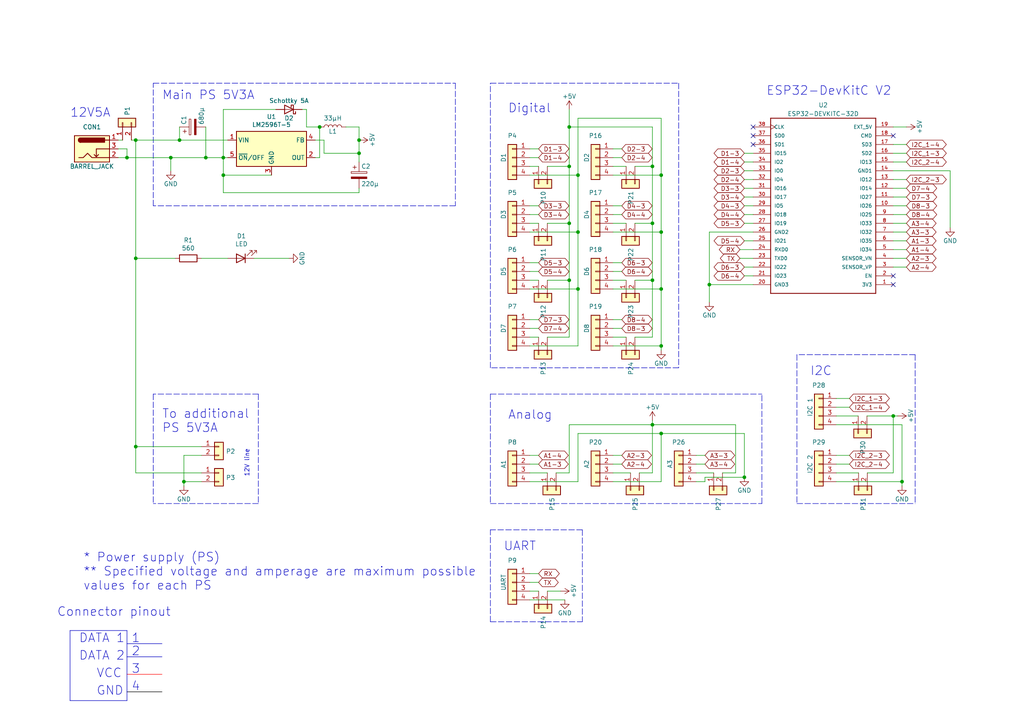
<source format=kicad_sch>
(kicad_sch (version 20231120) (generator "eeschema") (generator_version "8.0")
  (paper "A4")
  (junction (at 568.96 69.85))
  (junction (at 494.03 53.34))
  (junction (at 205.74 82.55))
  (junction (at 165.1 48.26))
  (junction (at 514.35 53.34))
  (junction (at 92.71 36.83))
  (junction (at 443.23 53.34))
  (junction (at 53.34 139.7))
  (junction (at 463.55 53.34))
  (junction (at 191.77 50.8))
  (junction (at 64.77 45.72))
  (junction (at 165.1 64.77))
  (junction (at 189.23 48.26))
  (junction (at 64.77 50.8))
  (junction (at 39.37 74.93))
  (junction (at 416.56 25.4))
  (junction (at 167.64 67.31))
  (junction (at 191.77 125.73))
  (junction (at 579.12 50.8))
  (junction (at 389.89 53.34))
  (junction (at 52.07 40.64))
  (junction (at 104.14 40.64))
  (junction (at 504.19 63.5))
  (junction (at 353.06 107.95))
  (junction (at 39.37 40.64))
  (junction (at 49.53 45.72))
  (junction (at 215.9 138.43))
  (junction (at 189.23 64.77))
  (junction (at 36.83 45.72))
  (junction (at 494.03 26.67))
  (junction (at 104.14 44.45))
  (junction (at 416.56 80.01))
  (junction (at 341.63 50.8))
  (junction (at 341.63 69.85))
  (junction (at 167.64 50.8))
  (junction (at 189.23 123.19))
  (junction (at 520.7 53.34))
  (junction (at 191.77 100.33))
  (junction (at 568.96 53.34))
  (junction (at 39.37 129.54))
  (junction (at 189.23 81.28))
  (junction (at 494.03 80.01))
  (junction (at 59.69 45.72))
  (junction (at 346.71 105.41))
  (junction (at 165.1 36.83))
  (junction (at 406.4 43.18))
  (junction (at 191.77 67.31))
  (junction (at 167.64 83.82))
  (junction (at 579.12 58.42))
  (junction (at 261.62 139.7))
  (junction (at 416.56 53.34))
  (junction (at 406.4 63.5))
  (junction (at 568.96 50.8))
  (junction (at 504.19 43.18))
  (junction (at 396.24 53.34))
  (junction (at 331.47 58.42))
  (junction (at 259.08 120.65))
  (junction (at 331.47 50.8))
  (junction (at 453.39 12.7))
  (junction (at 191.77 83.82))
  (junction (at 341.63 53.34))
  (junction (at 165.1 81.28))
  (no_connect (at 259.08 80.01))
  (no_connect (at 259.08 82.55))
  (no_connect (at 218.44 36.83))
  (no_connect (at 218.44 41.91))
  (no_connect (at 218.44 39.37))
  (no_connect (at 259.08 39.37))
  (wire (pts (xy 156.21 76.2) (xy 153.67 76.2)))
  (polyline (pts (xy 36.83 182.88) (xy 20.32 182.88)) (stroke (width 0) (type solid)))
  (wire (pts (xy 204.47 134.62) (xy 201.93 134.62)))
  (wire (pts (xy 191.77 50.8) (xy 191.77 67.31)))
  (wire (pts (xy 165.1 123.19) (xy 189.23 123.19)))
  (wire (pts (xy 341.63 53.34) (xy 341.63 50.8)))
  (wire (pts (xy 205.74 67.31) (xy 205.74 82.55)))
  (wire (pts (xy 88.9 31.75) (xy 88.9 36.83)))
  (wire (pts (xy 443.23 69.85) (xy 443.23 86.36)))
  (polyline (pts (xy 265.43 102.87) (xy 231.14 102.87)) (stroke (width 0) (type dash)))
  (wire (pts (xy 494.03 26.67) (xy 504.19 26.67)))
  (wire (pts (xy 58.42 74.93) (xy 66.04 74.93)))
  (wire (pts (xy 180.34 78.74) (xy 177.8 78.74)))
  (wire (pts (xy 180.34 62.23) (xy 177.8 62.23)))
  (wire (pts (xy 346.71 101.6) (xy 346.71 105.41)))
  (polyline (pts (xy 36.83 186.69) (xy 46.99 186.69)) (stroke (width 0) (type solid)))
  (wire (pts (xy 36.83 45.72) (xy 49.53 45.72)))
  (polyline (pts (xy 142.24 114.3) (xy 220.98 114.3)) (stroke (width 0) (type dash)))
  (wire (pts (xy 346.71 105.41) (xy 346.71 116.84)))
  (wire (pts (xy 153.67 100.33) (xy 167.64 100.33)))
  (wire (pts (xy 167.64 125.73) (xy 191.77 125.73)))
  (wire (pts (xy 561.34 58.42) (xy 579.12 58.42)))
  (wire (pts (xy 156.21 43.18) (xy 153.67 43.18)))
  (wire (pts (xy 167.64 125.73) (xy 167.64 139.7)))
  (wire (pts (xy 184.15 97.79) (xy 189.23 97.79)))
  (wire (pts (xy 342.9 48.26) (xy 349.25 48.26)))
  (wire (pts (xy 463.55 69.85) (xy 463.55 86.36)))
  (wire (pts (xy 39.37 74.93) (xy 39.37 129.54)))
  (wire (pts (xy 405.13 63.5) (xy 406.4 63.5)))
  (polyline (pts (xy 74.93 146.05) (xy 44.45 146.05)) (stroke (width 0) (type dash)))
  (wire (pts (xy 165.1 36.83) (xy 189.23 36.83)))
  (wire (pts (xy 34.29 43.18) (xy 36.83 43.18)))
  (wire (pts (xy 406.4 63.5) (xy 408.94 63.5)))
  (wire (pts (xy 218.44 80.01) (xy 215.9 80.01)))
  (wire (pts (xy 494.03 68.58) (xy 494.03 80.01)))
  (wire (pts (xy 275.59 49.53) (xy 259.08 49.53)))
  (polyline (pts (xy 44.45 114.3) (xy 44.45 146.05)) (stroke (width 0) (type dash)))
  (wire (pts (xy 494.03 12.7) (xy 494.03 26.67)))
  (wire (pts (xy 259.08 62.23) (xy 262.89 62.23)))
  (wire (pts (xy 218.44 54.61) (xy 215.9 54.61)))
  (wire (pts (xy 334.01 119.38) (xy 353.06 119.38)))
  (wire (pts (xy 579.12 50.8) (xy 568.96 50.8)))
  (wire (pts (xy 180.34 43.18) (xy 177.8 43.18)))
  (wire (pts (xy 416.56 25.4) (xy 416.56 38.1)))
  (polyline (pts (xy 44.45 59.69) (xy 44.45 24.13)) (stroke (width 0) (type dash)))
  (wire (pts (xy 58.42 129.54) (xy 39.37 129.54)))
  (wire (pts (xy 334.01 105.41) (xy 346.71 105.41)))
  (wire (pts (xy 341.63 50.8) (xy 349.25 50.8)))
  (wire (pts (xy 568.96 53.34) (xy 568.96 62.23)))
  (wire (pts (xy 165.1 81.28) (xy 165.1 97.79)))
  (wire (pts (xy 39.37 137.16) (xy 58.42 137.16)))
  (wire (pts (xy 562.61 69.85) (xy 568.96 69.85)))
  (wire (pts (xy 259.08 59.69) (xy 262.89 59.69)))
  (wire (pts (xy 93.98 44.45) (xy 104.14 44.45)))
  (wire (pts (xy 204.47 139.7) (xy 204.47 138.43)))
  (wire (pts (xy 180.34 76.2) (xy 177.8 76.2)))
  (wire (pts (xy 259.08 120.65) (xy 260.35 120.65)))
  (wire (pts (xy 93.98 40.64) (xy 91.44 40.64)))
  (wire (pts (xy 218.44 52.07) (xy 215.9 52.07)))
  (wire (pts (xy 463.55 53.34) (xy 472.44 53.34)))
  (polyline (pts (xy 168.91 153.67) (xy 142.24 153.67)) (stroke (width 0) (type dash)))
  (wire (pts (xy 215.9 62.23) (xy 218.44 62.23)))
  (wire (pts (xy 189.23 36.83) (xy 189.23 48.26)))
  (wire (pts (xy 251.5589 137.16) (xy 259.08 137.16)))
  (wire (pts (xy 331.47 50.8) (xy 341.63 50.8)))
  (wire (pts (xy 259.08 64.77) (xy 262.89 64.77)))
  (wire (pts (xy 153.67 81.28) (xy 156.21 81.28)))
  (wire (pts (xy 561.34 55.88) (xy 562.61 55.88)))
  (wire (pts (xy 177.8 100.33) (xy 191.77 100.33)))
  (wire (pts (xy 53.34 139.7) (xy 58.42 139.7)))
  (wire (pts (xy 165.1 64.77) (xy 165.1 81.28)))
  (wire (pts (xy 218.44 67.31) (xy 205.74 67.31)))
  (wire (pts (xy 189.23 64.77) (xy 189.23 81.28)))
  (wire (pts (xy 347.98 55.88) (xy 347.98 69.85)))
  (wire (pts (xy 153.67 97.79) (xy 156.21 97.79)))
  (wire (pts (xy 153.67 173.99) (xy 163.83 173.99)))
  (wire (pts (xy 259.08 54.61) (xy 262.89 54.61)))
  (wire (pts (xy 189.23 48.26) (xy 189.23 64.77)))
  (wire (pts (xy 38.1 40.64) (xy 39.37 40.64)))
  (wire (pts (xy 218.44 77.47) (xy 215.9 77.47)))
  (wire (pts (xy 389.89 53.34) (xy 396.24 53.34)))
  (wire (pts (xy 156.21 59.69) (xy 153.67 59.69)))
  (wire (pts (xy 205.74 82.55) (xy 205.74 87.63)))
  (wire (pts (xy 189.23 123.19) (xy 189.23 137.16)))
  (polyline (pts (xy 196.85 106.68) (xy 142.24 106.68)) (stroke (width 0) (type dash)))
  (polyline (pts (xy 36.83 190.5) (xy 46.99 190.5)) (stroke (width 0) (type solid)))
  (wire (pts (xy 504.19 30.48) (xy 504.19 26.67)))
  (wire (pts (xy 73.66 74.93) (xy 83.82 74.93)))
  (wire (pts (xy 204.47 138.43) (xy 215.9 138.43)))
  (wire (pts (xy 453.39 12.7) (xy 453.39 16.51)))
  (wire (pts (xy 259.08 44.45) (xy 262.89 44.45)))
  (wire (pts (xy 406.4 29.21) (xy 406.4 25.4)))
  (wire (pts (xy 189.23 123.19) (xy 189.23 121.92)))
  (wire (pts (xy 365.76 101.6) (xy 365.76 130.81)))
  (wire (pts (xy 218.44 69.85) (xy 215.9 69.85)))
  (wire (pts (xy 334.01 116.84) (xy 346.71 116.84)))
  (wire (pts (xy 165.1 36.83) (xy 165.1 48.26)))
  (wire (pts (xy 218.44 59.69) (xy 215.9 59.69)))
  (wire (pts (xy 259.08 57.15) (xy 262.89 57.15)))
  (wire (pts (xy 275.59 66.04) (xy 275.59 49.53)))
  (wire (pts (xy 177.8 139.7) (xy 191.77 139.7)))
  (wire (pts (xy 504.19 68.58) (xy 504.19 63.5)))
  (wire (pts (xy 156.21 92.71) (xy 153.67 92.71)))
  (wire (pts (xy 92.71 36.83) (xy 92.71 45.72)))
  (wire (pts (xy 334.01 107.95) (xy 353.06 107.95)))
  (wire (pts (xy 406.4 80.01) (xy 416.56 80.01)))
  (wire (pts (xy 158.7714 171.45) (xy 162.56 171.45)))
  (wire (pts (xy 88.9 36.83) (xy 92.71 36.83)))
  (wire (pts (xy 180.34 132.08) (xy 177.8 132.08)))
  (wire (pts (xy 246.38 115.57) (xy 242.57 115.57)))
  (polyline (pts (xy 142.24 106.68) (xy 142.24 24.13)) (stroke (width 0) (type dash)))
  (wire (pts (xy 153.67 64.77) (xy 156.21 64.77)))
  (wire (pts (xy 514.35 53.34) (xy 514.35 63.5)))
  (wire (pts (xy 167.64 50.8) (xy 167.64 67.31)))
  (wire (pts (xy 242.57 120.65) (xy 248.9128 120.65)))
  (wire (pts (xy 494.03 53.34) (xy 494.03 58.42)))
  (wire (pts (xy 184.15 48.26) (xy 189.23 48.26)))
  (wire (pts (xy 494.03 12.7) (xy 453.39 12.7)))
  (wire (pts (xy 93.98 40.64) (xy 93.98 44.45)))
  (wire (pts (xy 504.19 43.18) (xy 501.65 43.18)))
  (polyline (pts (xy 196.85 24.13) (xy 196.85 106.68)) (stroke (width 0) (type dash)))
  (wire (pts (xy 177.8 83.82) (xy 191.77 83.82)))
  (wire (pts (xy 435.61 53.34) (xy 443.23 53.34)))
  (wire (pts (xy 494.03 26.67) (xy 494.03 38.1)))
  (wire (pts (xy 104.14 36.83) (xy 104.14 40.64)))
  (wire (pts (xy 259.08 52.07) (xy 262.89 52.07)))
  (wire (pts (xy 334.01 137.16) (xy 342.9 137.16)))
  (wire (pts (xy 215.9 49.53) (xy 218.44 49.53)))
  (polyline (pts (xy 231.14 102.87) (xy 231.14 146.05)) (stroke (width 0) (type dash)))
  (wire (pts (xy 331.47 58.42) (xy 331.47 76.2)))
  (wire (pts (xy 453.39 12.7) (xy 453.39 7.62)))
  (wire (pts (xy 158.75 97.79) (xy 165.1 97.79)))
  (wire (pts (xy 504.19 38.1) (xy 504.19 43.18)))
  (wire (pts (xy 184.15 81.28) (xy 189.23 81.28)))
  (wire (pts (xy 177.8 137.16) (xy 182.88 137.16)))
  (wire (pts (xy 34.29 45.72) (xy 36.83 45.72)))
  (wire (pts (xy 167.64 67.31) (xy 167.64 83.82)))
  (wire (pts (xy 184.15 64.77) (xy 189.23 64.77)))
  (wire (pts (xy 259.08 69.85) (xy 262.89 69.85)))
  (wire (pts (xy 334.01 132.08) (xy 346.71 132.08)))
  (wire (pts (xy 347.98 69.85) (xy 341.63 69.85)))
  (wire (pts (xy 153.67 50.8) (xy 167.64 50.8)))
  (polyline (pts (xy 20.32 182.88) (xy 20.32 203.2)) (stroke (width 0) (type solid)))
  (wire (pts (xy 64.77 45.72) (xy 66.04 45.72)))
  (wire (pts (xy 215.9 125.73) (xy 215.9 138.43)))
  (wire (pts (xy 416.56 68.58) (xy 416.56 80.01)))
  (wire (pts (xy 177.8 81.28) (xy 181.61 81.28)))
  (wire (pts (xy 353.06 107.95) (xy 353.06 119.38)))
  (wire (pts (xy 204.47 132.08) (xy 201.93 132.08)))
  (wire (pts (xy 365.76 147.32) (xy 365.76 138.43)))
  (wire (pts (xy 251.4528 120.65) (xy 259.08 120.65)))
  (polyline (pts (xy 142.24 146.05) (xy 220.98 146.05)) (stroke (width 0) (type dash)))
  (wire (pts (xy 53.34 132.08) (xy 58.42 132.08)))
  (wire (pts (xy 389.89 55.88) (xy 389.89 53.34)))
  (wire (pts (xy 342.9 137.16) (xy 342.9 128.27)))
  (wire (pts (xy 405.13 43.18) (xy 406.4 43.18)))
  (wire (pts (xy 180.34 59.69) (xy 177.8 59.69)))
  (wire (pts (xy 104.14 46.99) (xy 104.14 44.45)))
  (wire (pts (xy 396.24 53.34) (xy 396.24 43.18)))
  (wire (pts (xy 167.64 34.29) (xy 191.77 34.29)))
  (wire (pts (xy 213.36 123.19) (xy 213.36 137.16)))
  (wire (pts (xy 153.67 48.26) (xy 156.21 48.26)))
  (wire (pts (xy 191.77 125.73) (xy 215.9 125.73)))
  (wire (pts (xy 34.29 40.64) (xy 35.56 40.64)))
  (wire (pts (xy 153.67 83.82) (xy 167.64 83.82)))
  (wire (pts (xy 153.67 168.91) (xy 156.21 168.91)))
  (wire (pts (xy 165.1 123.19) (xy 165.1 137.16)))
  (wire (pts (xy 334.01 134.62) (xy 346.71 134.62)))
  (wire (pts (xy 341.63 53.34) (xy 341.63 62.23)))
  (wire (pts (xy 64.77 50.8) (xy 64.77 55.88)))
  (wire (pts (xy 49.53 49.53) (xy 49.53 45.72)))
  (wire (pts (xy 568.96 53.34) (xy 568.96 50.8)))
  (wire (pts (xy 177.8 97.79) (xy 181.61 97.79)))
  (wire (pts (xy 158.75 81.28) (xy 165.1 81.28)))
  (wire (pts (xy 579.12 50.8) (xy 579.12 39.37)))
  (wire (pts (xy 422.91 53.34) (xy 416.56 53.34)))
  (wire (pts (xy 153.67 139.7) (xy 167.64 139.7)))
  (wire (pts (xy 406.4 36.83) (xy 406.4 43.18)))
  (wire (pts (xy 416.56 12.7) (xy 453.39 12.7)))
  (wire (pts (xy 218.44 72.39) (xy 214.63 72.39)))
  (wire (pts (xy 64.77 55.88) (xy 104.14 55.88)))
  (wire (pts (xy 504.19 76.2) (xy 504.19 80.01)))
  (wire (pts (xy 39.37 129.54) (xy 39.37 137.16)))
  (wire (pts (xy 218.44 44.45) (xy 215.9 44.45)))
  (wire (pts (xy 209.55 137.16) (xy 213.36 137.16)))
  (wire (pts (xy 52.07 36.83) (xy 52.07 40.64)))
  (wire (pts (xy 153.67 67.31) (xy 167.64 67.31)))
  (wire (pts (xy 416.56 48.26) (xy 416.56 53.34)))
  (wire (pts (xy 59.69 45.72) (xy 64.77 45.72)))
  (wire (pts (xy 443.23 53.34) (xy 443.23 62.23)))
  (wire (pts (xy 334.01 139.7) (xy 353.06 139.7)))
  (wire (pts (xy 64.77 31.75) (xy 80.01 31.75)))
  (polyline (pts (xy 132.08 24.13) (xy 132.08 59.69)) (stroke (width 0) (type dash)))
  (wire (pts (xy 259.08 77.47) (xy 262.89 77.47)))
  (wire (pts (xy 349.25 58.42) (xy 331.47 58.42)))
  (wire (pts (xy 177.8 50.8) (xy 191.77 50.8)))
  (wire (pts (xy 158.75 64.77) (xy 165.1 64.77)))
  (wire (pts (xy 180.34 134.62) (xy 177.8 134.62)))
  (wire (pts (xy 520.7 53.34) (xy 514.35 53.34)))
  (wire (pts (xy 452.12 53.34) (xy 452.12 52.07)))
  (wire (pts (xy 561.34 53.34) (xy 568.96 53.34)))
  (wire (pts (xy 463.55 53.34) (xy 463.55 62.23)))
  (polyline (pts (xy 44.45 24.13) (xy 132.08 24.13)) (stroke (width 0) (type dash)))
  (wire (pts (xy 165.1 31.75) (xy 165.1 36.83)))
  (wire (pts (xy 246.38 118.11) (xy 242.57 118.11)))
  (wire (pts (xy 505.46 63.5) (xy 504.19 63.5)))
  (wire (pts (xy 353.06 128.27) (xy 353.06 139.7)))
  (wire (pts (xy 218.44 57.15) (xy 215.9 57.15)))
  (wire (pts (xy 165.1 48.26) (xy 165.1 64.77)))
  (wire (pts (xy 396.24 63.5) (xy 397.51 63.5)))
  (wire (pts (xy 64.77 45.72) (xy 64.77 50.8)))
  (wire (pts (xy 454.66 52.07) (xy 454.66 53.34)))
  (wire (pts (xy 365.76 154.94) (xy 365.76 160.02)))
  (wire (pts (xy 59.69 36.83) (xy 59.69 45.72)))
  (wire (pts (xy 416.56 80.01) (xy 416.56 86.36)))
  (wire (pts (xy 156.21 78.74) (xy 153.67 78.74)))
  (polyline (pts (xy 142.24 24.13) (xy 196.85 24.13)) (stroke (width 0) (type dash)))
  (wire (pts (xy 378.46 101.6) (xy 378.46 130.81)))
  (wire (pts (xy 443.23 53.34) (xy 452.12 53.34)))
  (wire (pts (xy 514.35 53.34) (xy 514.35 43.18)))
  (wire (pts (xy 201.93 137.16) (xy 207.01 137.16)))
  (wire (pts (xy 261.62 139.7) (xy 261.62 123.19)))
  (wire (pts (xy 64.77 31.75) (xy 64.77 45.72)))
  (wire (pts (xy 242.57 139.7) (xy 261.62 139.7)))
  (wire (pts (xy 406.4 74.93) (xy 406.4 80.01)))
  (wire (pts (xy 396.24 43.18) (xy 397.51 43.18)))
  (wire (pts (xy 180.34 45.72) (xy 177.8 45.72)))
  (wire (pts (xy 494.03 80.01) (xy 494.03 86.36)))
  (polyline (pts (xy 36.83 200.66) (xy 46.99 200.66)) (stroke (width 0) (type solid) (color 0 0 0 1)))
  (wire (pts (xy 242.57 132.08) (xy 246.38 132.08)))
  (polyline (pts (xy 36.83 203.2) (xy 36.83 182.88)) (stroke (width 0) (type solid)))
  (wire (pts (xy 191.77 34.29) (xy 191.77 50.8)))
  (wire (pts (xy 104.14 55.88) (xy 104.14 54.61)))
  (wire (pts (xy 259.08 46.99) (xy 262.89 46.99)))
  (wire (pts (xy 378.46 147.32) (xy 378.46 138.43)))
  (wire (pts (xy 156.21 45.72) (xy 153.67 45.72)))
  (wire (pts (xy 261.62 140.97) (xy 261.62 139.7)))
  (wire (pts (xy 153.67 137.16) (xy 158.75 137.16)))
  (wire (pts (xy 567.69 48.26) (xy 561.34 48.26)))
  (wire (pts (xy 331.47 50.8) (xy 331.47 39.37)))
  (wire (pts (xy 416.56 53.34) (xy 416.56 58.42)))
  (wire (pts (xy 153.67 166.37) (xy 156.21 166.37)))
  (wire (pts (xy 242.57 123.19) (xy 261.62 123.19)))
  (wire (pts (xy 406.4 25.4) (xy 416.56 25.4)))
  (wire (pts (xy 579.12 58.42) (xy 579.12 76.2)))
  (polyline (pts (xy 231.14 146.05) (xy 265.43 146.05)) (stroke (width 0) (type dash)))
  (wire (pts (xy 156.21 132.08) (xy 153.67 132.08)))
  (wire (pts (xy 191.77 100.33) (xy 191.77 101.6)))
  (wire (pts (xy 104.14 40.64) (xy 104.14 44.45)))
  (wire (pts (xy 189.23 123.19) (xy 213.36 123.19)))
  (wire (pts (xy 242.57 137.16) (xy 249.0189 137.16)))
  (wire (pts (xy 177.8 67.31) (xy 191.77 67.31)))
  (wire (pts (xy 378.46 154.94) (xy 378.46 160.02)))
  (wire (pts (xy 185.42 137.16) (xy 189.23 137.16)))
  (wire (pts (xy 505.46 43.18) (xy 504.19 43.18)))
  (wire (pts (xy 156.21 62.23) (xy 153.67 62.23)))
  (wire (pts (xy 92.71 45.72) (xy 91.44 45.72)))
  (wire (pts (xy 218.44 64.77) (xy 215.9 64.77)))
  (polyline (pts (xy 220.98 146.05) (xy 220.98 114.3)) (stroke (width 0) (type dash)))
  (wire (pts (xy 180.34 95.25) (xy 177.8 95.25)))
  (wire (pts (xy 353.06 101.6) (xy 353.06 107.95)))
  (wire (pts (xy 180.34 92.71) (xy 177.8 92.71)))
  (wire (pts (xy 167.64 34.29) (xy 167.64 50.8)))
  (polyline (pts (xy 20.32 203.2) (xy 36.83 203.2)) (stroke (width 0) (type solid)))
  (wire (pts (xy 177.8 48.26) (xy 181.61 48.26)))
  (wire (pts (xy 39.37 40.64) (xy 52.07 40.64)))
  (wire (pts (xy 104.14 36.83) (xy 100.33 36.83)))
  (polyline (pts (xy 142.24 180.34) (xy 142.24 153.67)) (stroke (width 0) (type dash)))
  (wire (pts (xy 259.08 74.93) (xy 262.89 74.93)))
  (wire (pts (xy 406.4 43.18) (xy 408.94 43.18)))
  (wire (pts (xy 520.7 55.88) (xy 520.7 53.34)))
  (wire (pts (xy 156.21 134.62) (xy 153.67 134.62)))
  (wire (pts (xy 218.44 74.93) (xy 214.63 74.93)))
  (wire (pts (xy 49.53 45.72) (xy 59.69 45.72)))
  (wire (pts (xy 562.61 55.88) (xy 562.61 69.85)))
  (polyline (pts (xy 36.83 195.58) (xy 46.99 195.58)) (stroke (width 0) (type solid) (color 255 0 0 1)))
  (wire (pts (xy 568.96 69.85) (xy 568.96 76.2)))
  (wire (pts (xy 349.25 55.88) (xy 347.98 55.88)))
  (wire (pts (xy 36.83 43.18) (xy 36.83 45.72)))
  (wire (pts (xy 259.08 67.31) (xy 262.89 67.31)))
  (polyline (pts (xy 142.24 114.3) (xy 142.24 146.05)) (stroke (width 0) (type dash)))
  (wire (pts (xy 259.08 120.65) (xy 259.08 137.16)))
  (wire (pts (xy 453.39 24.13) (xy 453.39 26.67)))
  (wire (pts (xy 189.23 81.28) (xy 189.23 97.79)))
  (wire (pts (xy 568.96 50.8) (xy 561.34 50.8)))
  (wire (pts (xy 454.66 53.34) (xy 463.55 53.34)))
  (wire (pts (xy 259.08 41.91) (xy 262.89 41.91)))
  (wire (pts (xy 246.38 134.62) (xy 242.57 134.62)))
  (wire (pts (xy 205.74 82.55) (xy 218.44 82.55)))
  (wire (pts (xy 39.37 40.64) (xy 39.37 74.93)))
  (wire (pts (xy 52.07 40.64) (xy 66.04 40.64)))
  (wire (pts (xy 191.77 125.73) (xy 191.77 139.7)))
  (wire (pts (xy 259.08 72.39) (xy 262.89 72.39)))
  (wire (pts (xy 191.77 67.31) (xy 191.77 83.82)))
  (wire (pts (xy 514.35 43.18) (xy 513.08 43.18)))
  (wire (pts (xy 504.19 80.01) (xy 494.03 80.01)))
  (wire (pts (xy 156.21 95.25) (xy 153.67 95.25)))
  (polyline (pts (xy 142.24 180.34) (xy 168.91 180.34)) (stroke (width 0) (type dash)))
  (wire (pts (xy 514.35 63.5) (xy 513.08 63.5)))
  (wire (pts (xy 262.89 36.83) (xy 259.08 36.83)))
  (wire (pts (xy 504.19 63.5) (xy 501.65 63.5)))
  (wire (pts (xy 64.77 50.8) (xy 78.74 50.8)))
  (polyline (pts (xy 168.91 153.67) (xy 168.91 180.34)) (stroke (width 0) (type dash)))
  (wire (pts (xy 396.24 53.34) (xy 396.24 63.5)))
  (wire (pts (xy 158.75 48.26) (xy 165.1 48.26)))
  (wire (pts (xy 177.8 64.77) (xy 181.61 64.77)))
  (wire (pts (xy 201.93 139.7) (xy 204.47 139.7)))
  (wire (pts (xy 416.56 12.7) (xy 416.56 25.4)))
  (wire (pts (xy 349.25 53.34) (xy 341.63 53.34)))
  (wire (pts (xy 191.77 83.82) (xy 191.77 100.33)))
  (wire (pts (xy 53.34 140.97) (xy 53.34 139.7)))
  (wire (pts (xy 161.29 137.16) (xy 165.1 137.16)))
  (polyline (pts (xy 132.08 59.69) (xy 44.45 59.69)) (stroke (width 0) (type dash)))
  (wire (pts (xy 167.64 83.82) (xy 167.64 100.33)))
  (wire (pts (xy 341.63 69.85) (xy 341.63 76.2)))
  (wire (pts (xy 153.67 171.45) (xy 156.2314 171.45)))
  (polyline (pts (xy 265.43 102.87) (xy 265.43 146.05)) (stroke (width 0) (type dash)))
  (wire (pts (xy 39.37 74.93) (xy 50.8 74.93)))
  (wire (pts (xy 485.14 53.34) (xy 494.03 53.34)))
  (wire (pts (xy 406.4 63.5) (xy 406.4 67.31)))
  (wire (pts (xy 87.63 31.75) (xy 88.9 31.75)))
  (wire (pts (xy 218.44 46.99) (xy 215.9 46.99)))
  (polyline (pts (xy 74.93 114.3) (xy 44.45 114.3)) (stroke (width 0) (type dash)))
  (polyline (pts (xy 74.93 114.3) (xy 74.93 146.05)) (stroke (width 0) (type dash)))
  (wire (pts (xy 494.03 48.26) (xy 494.03 53.34)))
  (wire (pts (xy 53.34 139.7) (xy 53.34 132.08)))
  (text "12V5A" (at 20.32 34.29 0) (effects (font (size 2.54 2.54)) (justify left bottom)))
  (text "Analog" (at 147.32 121.92 0) (effects (font (size 2.54 2.54)) (justify left bottom)))
  (text "To additional\nPS 5V3A" (at 46.99 125.73 0) (effects (font (size 2.54 2.54)) (justify left bottom)))
  (text "Connector pinout" (at 16.51 179.07 0) (effects (font (size 2.54 2.54)) (justify left bottom)))
  (text "VCC" (at 27.94 196.85 0) (effects (font (size 2.54 2.54)) (justify left bottom)))
  (text "I2C" (at 234.95 109.22 0) (effects (font (size 2.54 2.54)) (justify left bottom)))
  (text "ESP32-DevKitC V2" (at 222.25 27.94 0) (effects (font (size 2.54 2.54)) (justify left bottom)))
  (text "GND" (at 27.94 201.93 0) (effects (font (size 2.54 2.54)) (justify left bottom)))
  (text "* Power supply (PS)\n** Specified voltage and amperage are maximum possible\nvalues for each PS " (at 24.13 171.45 0) (effects (font (size 2.54 2.54)) (justify left bottom)))
  (text "4" (at 38.1 200.66 0) (effects (font (size 2.54 2.54)) (justify left bottom)))
  (text "3" (at 38.1 195.58 0) (effects (font (size 2.54 2.54)) (justify left bottom)))
  (text "Digital" (at 147.32 33.02 0) (effects (font (size 2.54 2.54)) (justify left bottom)))
  (text "UART" (at 146.05 160.02 0) (effects (font (size 2.54 2.54)) (justify left bottom)))
  (text "DATA 2  " (at 22.86 191.77 0) (effects (font (size 2.54 2.54)) (justify left bottom)))
  (text "Main PS 5V3A" (at 46.99 29.21 0) (effects (font (size 2.54 2.54)) (justify left bottom)))
  (text "DATA 1\n" (at 22.86 186.69 0) (effects (font (size 2.54 2.54)) (justify left bottom)))
  (text "1" (at 38.1 186.69 0) (effects (font (size 2.54 2.54)) (justify left bottom)))
  (text "12V line" (at 72.39 138.43 90) (effects (font (size 1.27 1.27)) (justify left bottom)))
  (text "2" (at 38.1 190.5 0) (effects (font (size 2.54 2.54)) (justify left bottom)))
  (global_label "A3-4" (shape bidirectional) (at 262.89 64.77 0) (property "Intersheetrefs" "${INTERSHEET_REFS}" (effects (hide yes))))
  (global_label "D8-4" (shape bidirectional) (at 180.34 92.71 0) (property "Intersheetrefs" "${INTERSHEET_REFS}" (effects (hide yes))))
  (global_label "I2C_2-3" (shape bidirectional) (at 246.38 132.08 0) (property "Intersheetrefs" "${INTERSHEET_REFS}" (effects (hide yes))))
  (global_label "D7-3" (shape bidirectional) (at 156.21 92.71 0) (property "Intersheetrefs" "${INTERSHEET_REFS}" (effects (hide yes))))
  (global_label "I2C_1-4" (shape bidirectional) (at 246.38 118.11 0) (property "Intersheetrefs" "${INTERSHEET_REFS}" (effects (hide yes))))
  (global_label "I2C_1-4" (shape bidirectional) (at 262.89 41.91 0) (property "Intersheetrefs" "${INTERSHEET_REFS}" (effects (hide yes))))
  (global_label "D7-3" (shape bidirectional) (at 262.89 57.15 0) (property "Intersheetrefs" "${INTERSHEET_REFS}" (effects (hide yes))))
  (global_label "D5-3" (shape bidirectional) (at 156.21 76.2 0) (property "Intersheetrefs" "${INTERSHEET_REFS}" (effects (hide yes))))
  (global_label "I2C_1-3" (shape bidirectional) (at 262.89 44.45 0) (property "Intersheetrefs" "${INTERSHEET_REFS}" (effects (hide yes))))
  (global_label "A3-3" (shape bidirectional) (at 262.89 67.31 0) (property "Intersheetrefs" "${INTERSHEET_REFS}" (effects (hide yes))))
  (global_label "D5-4" (shape bidirectional) (at 215.9 69.85 180) (property "Intersheetrefs" "${INTERSHEET_REFS}" (effects (hide yes))))
  (global_label "D3-3" (shape bidirectional) (at 156.21 59.69 0) (property "Intersheetrefs" "${INTERSHEET_REFS}" (effects (hide yes))))
  (global_label "D7-4" (shape bidirectional) (at 156.21 95.25 0) (property "Intersheetrefs" "${INTERSHEET_REFS}" (effects (hide yes))))
  (global_label "D1-4" (shape bidirectional) (at 215.9 46.99 180) (property "Intersheetrefs" "${INTERSHEET_REFS}" (effects (hide yes))))
  (global_label "A1-3" (shape bidirectional) (at 262.89 69.85 0) (property "Intersheetrefs" "${INTERSHEET_REFS}" (effects (hide yes))))
  (global_label "IN2" (shape input) (at 567.69 48.26 0) (property "Intersheetrefs" "${INTERSHEET_REFS}" (effects (hide yes))))
  (global_label "D1-4" (shape bidirectional) (at 156.21 45.72 0) (property "Intersheetrefs" "${INTERSHEET_REFS}" (effects (hide yes))))
  (global_label "A2-4" (shape bidirectional) (at 180.34 134.62 0) (property "Intersheetrefs" "${INTERSHEET_REFS}" (effects (hide yes))))
  (global_label "I2C_2-4" (shape bidirectional) (at 262.89 46.99 0) (property "Intersheetrefs" "${INTERSHEET_REFS}" (effects (hide yes))))
  (global_label "D8-3" (shape bidirectional) (at 180.34 95.25 0) (property "Intersheetrefs" "${INTERSHEET_REFS}" (effects (hide yes))))
  (global_label "A3-4" (shape bidirectional) (at 204.47 134.62 0) (property "Intersheetrefs" "${INTERSHEET_REFS}" (effects (hide yes))))
  (global_label "D3-4" (shape bidirectional) (at 156.21 62.23 0) (property "Intersheetrefs" "${INTERSHEET_REFS}" (effects (hide yes))))
  (global_label "TX" (shape bidirectional) (at 156.21 168.91 0) (property "Intersheetrefs" "${INTERSHEET_REFS}" (effects (hide yes))))
  (global_label "D6-4" (shape bidirectional) (at 180.34 78.74 0) (property "Intersheetrefs" "${INTERSHEET_REFS}" (effects (hide yes))))
  (global_label "IN1" (shape input) (at 342.9 48.26 180) (property "Intersheetrefs" "${INTERSHEET_REFS}" (effects (hide yes))))
  (global_label "RX" (shape bidirectional) (at 214.63 72.39 180) (property "Intersheetrefs" "${INTERSHEET_REFS}" (effects (hide yes))))
  (global_label "A1-3" (shape bidirectional) (at 156.21 134.62 0) (property "Intersheetrefs" "${INTERSHEET_REFS}" (effects (hide yes))))
  (global_label "D5-3" (shape bidirectional) (at 215.9 64.77 180) (property "Intersheetrefs" "${INTERSHEET_REFS}" (effects (hide yes))))
  (global_label "A1-4" (shape bidirectional) (at 262.89 72.39 0) (property "Intersheetrefs" "${INTERSHEET_REFS}" (effects (hide yes))))
  (global_label "A2-3" (shape bidirectional) (at 262.89 74.93 0) (property "Intersheetrefs" "${INTERSHEET_REFS}" (effects (hide yes))))
  (global_label "D4-3" (shape bidirectional) (at 215.9 59.69 180) (property "Intersheetrefs" "${INTERSHEET_REFS}" (effects (hide yes))))
  (global_label "D7-4" (shape bidirectional) (at 262.89 54.61 0) (property "Intersheetrefs" "${INTERSHEET_REFS}" (effects (hide yes))))
  (global_label "IN1" (shape input) (at 346.71 132.08 0) (property "Intersheetrefs" "${INTERSHEET_REFS}" (effects (hide yes))))
  (global_label "D8-3" (shape bidirectional) (at 262.89 59.69 0) (property "Intersheetrefs" "${INTERSHEET_REFS}" (effects (hide yes))))
  (global_label "D2-3" (shape bidirectional) (at 180.34 43.18 0) (property "Intersheetrefs" "${INTERSHEET_REFS}" (effects (hide yes))))
  (global_label "D4-4" (shape bidirectional) (at 180.34 62.23 0) (property "Intersheetrefs" "${INTERSHEET_REFS}" (effects (hide yes))))
  (global_label "TX" (shape bidirectional) (at 214.63 74.93 180) (property "Intersheetrefs" "${INTERSHEET_REFS}" (effects (hide yes))))
  (global_label "IN2" (shape input) (at 346.71 134.62 0) (property "Intersheetrefs" "${INTERSHEET_REFS}" (effects (hide yes))))
  (global_label "D8-4" (shape bidirectional) (at 262.89 62.23 0) (property "Intersheetrefs" "${INTERSHEET_REFS}" (effects (hide yes))))
  (global_label "D1-3" (shape bidirectional) (at 215.9 44.45 180) (property "Intersheetrefs" "${INTERSHEET_REFS}" (effects (hide yes))))
  (global_label "I2C_1-3" (shape bidirectional) (at 246.38 115.57 0) (property "Intersheetrefs" "${INTERSHEET_REFS}" (effects (hide yes))))
  (global_label "D6-3" (shape bidirectional) (at 180.34 76.2 0) (property "Intersheetrefs" "${INTERSHEET_REFS}" (effects (hide yes))))
  (global_label "A3-3" (shape bidirectional) (at 204.47 132.08 0) (property "Intersheetrefs" "${INTERSHEET_REFS}" (effects (hide yes))))
  (global_label "D2-3" (shape bidirectional) (at 215.9 49.53 180) (property "Intersheetrefs" "${INTERSHEET_REFS}" (effects (hide yes))))
  (global_label "D4-3" (shape bidirectional) (at 180.34 59.69 0) (property "Intersheetrefs" "${INTERSHEET_REFS}" (effects (hide yes))))
  (global_label "A2-4" (shape bidirectional) (at 262.89 77.47 0) (property "Intersheetrefs" "${INTERSHEET_REFS}" (effects (hide yes))))
  (global_label "D2-4" (shape bidirectional) (at 180.34 45.72 0) (property "Intersheetrefs" "${INTERSHEET_REFS}" (effects (hide yes))))
  (global_label "A2-3" (shape bidirectional) (at 180.34 132.08 0) (property "Intersheetrefs" "${INTERSHEET_REFS}" (effects (hide yes))))
  (global_label "RX" (shape bidirectional) (at 156.21 166.37 0) (property "Intersheetrefs" "${INTERSHEET_REFS}" (effects (hide yes))))
  (global_label "A1-4" (shape bidirectional) (at 156.21 132.08 0) (property "Intersheetrefs" "${INTERSHEET_REFS}" (effects (hide yes))))
  (global_label "D1-3" (shape bidirectional) (at 156.21 43.18 0) (property "Intersheetrefs" "${INTERSHEET_REFS}" (effects (hide yes))))
  (global_label "D3-4" (shape bidirectional) (at 215.9 57.15 180) (property "Intersheetrefs" "${INTERSHEET_REFS}" (effects (hide yes))))
  (global_label "D3-3" (shape bidirectional) (at 215.9 54.61 180) (property "Intersheetrefs" "${INTERSHEET_REFS}" (effects (hide yes))))
  (global_label "D5-4" (shape bidirectional) (at 156.21 78.74 0) (property "Intersheetrefs" "${INTERSHEET_REFS}" (effects (hide yes))))
  (global_label "D6-4" (shape bidirectional) (at 215.9 80.01 180) (property "Intersheetrefs" "${INTERSHEET_REFS}" (effects (hide yes))))
  (global_label "I2C_2-3" (shape bidirectional) (at 262.89 52.07 0) (property "Intersheetrefs" "${INTERSHEET_REFS}" (effects (hide yes))))
  (global_label "D2-4" (shape bidirectional) (at 215.9 52.07 180) (property "Intersheetrefs" "${INTERSHEET_REFS}" (effects (hide yes))))
  (global_label "D6-3" (shape bidirectional) (at 215.9 77.47 180) (property "Intersheetrefs" "${INTERSHEET_REFS}" (effects (hide yes))))
  (global_label "D4-4" (shape bidirectional) (at 215.9 62.23 180) (property "Intersheetrefs" "${INTERSHEET_REFS}" (effects (hide yes))))
  (global_label "I2C_2-4" (shape bidirectional) (at 246.38 134.62 0) (property "Intersheetrefs" "${INTERSHEET_REFS}" (effects (hide yes))))
  (symbol (lib_id "Device:R") (at 509.27 43.18 270) (mirror x) (unit 1)
    (property "Reference" "R10" (at 510.54 40.64 90) (effects (justify right)))
    (property "Value" "47" (at 510.54 45.72 90) (effects (justify right)))
    (property "Footprint" "Resistor_THT:R_Box_L13.0mm_W4.0mm_P9.00mm" (effects (hide yes)))
  )
  (symbol (lib_id "Connector_Generic:Conn_01x02") (at 181.61 102.87 90) (mirror x) (unit 1)
    (property "Reference" "P24" (at 182.9816 104.902 0) (effects (justify left)))
    (property "Value" "Conn_01x02" (effects (hide yes)))
    (property "Footprint" "Connector_JST:JST_XH_B2B-XH-A_1x02_P2.50mm_Vertical" (effects (hide yes)))
  )
  (symbol (lib_id "hbridge_driver-rescue:+12V-power") (at 331.47 39.37 0) (unit 1)
    (property "Reference" "#PWR016" (effects (hide yes)))
    (property "Value" "+12V" (at 331.851 34.9758 0))
  )
  (symbol (lib_id "Connector_Generic:Conn_01x02") (at 156.21 86.36 90) (mirror x) (unit 1)
    (property "Reference" "P12" (at 157.5816 88.392 0) (effects (justify left)))
    (property "Value" "Conn_01x02" (effects (hide yes)))
    (property "Footprint" "Connector_JST:JST_XH_B2B-XH-A_1x02_P2.50mm_Vertical" (effects (hide yes)))
  )
  (symbol (lib_id "Connector_Generic:Conn_01x02") (at 156.21 69.85 90) (mirror x) (unit 1)
    (property "Reference" "P11" (at 157.5816 71.882 0) (effects (justify left)))
    (property "Value" "Conn_01x02" (effects (hide yes)))
    (property "Footprint" "Connector_JST:JST_XH_B2B-XH-A_1x02_P2.50mm_Vertical" (effects (hide yes)))
  )
  (symbol (lib_id "Connector_Generic:Conn_01x02") (at 249.0189 142.24 90) (mirror x) (unit 1)
    (property "Reference" "P31" (at 250.3905 144.272 0) (effects (justify left)))
    (property "Value" "Conn_01x02" (effects (hide yes)))
    (property "Footprint" "Connector_JST:JST_XH_B2B-XH-A_1x02_P2.50mm_Vertical" (effects (hide yes)))
  )
  (symbol (lib_id "hbridge_driver-rescue:GND-power") (at 416.56 86.36 0) (unit 1)
    (property "Reference" "#PWR027" (effects (hide yes)))
    (property "Value" "GND" (at 416.687 90.7542 0))
  )
  (symbol (lib_id "hbridge_driver-rescue:GND-power") (at 494.03 86.36 0) (mirror y) (unit 1)
    (property "Reference" "#PWR032" (effects (hide yes)))
    (property "Value" "GND" (at 493.903 90.7542 0))
  )
  (symbol (lib_id "Device:R") (at 504.19 34.29 0) (mirror x) (unit 1)
    (property "Reference" "R8" (at 502.412 33.1216 0) (effects (justify right)))
    (property "Value" "1k" (at 502.412 35.433 0) (effects (justify right)))
    (property "Footprint" "Resistor_THT:R_Box_L13.0mm_W4.0mm_P9.00mm" (effects (hide yes)))
  )
  (symbol (lib_id "Device:C") (at 579.12 54.61 0) (mirror y) (unit 1)
    (property "Reference" "C9" (at 576.199 53.4416 0) (effects (justify left)))
    (property "Value" "100nF" (at 576.199 55.753 0) (effects (justify left)))
    (property "Footprint" "Capacitor_THT:C_Disc_D7.0mm_W2.5mm_P5.00mm" (effects (hide yes)))
  )
  (symbol (lib_id "Device:R") (at 509.27 63.5 270) (mirror x) (unit 1)
    (property "Reference" "R11" (at 510.54 60.96 90) (effects (justify right)))
    (property "Value" "47" (at 510.54 66.04 90) (effects (justify right)))
    (property "Footprint" "Resistor_THT:R_Box_L13.0mm_W4.0mm_P9.00mm" (effects (hide yes)))
  )
  (symbol (lib_id "hbridge_driver-rescue:+12V-power") (at 346.71 101.6 0) (unit 1)
    (property "Reference" "#PWR020" (effects (hide yes)))
    (property "Value" "+12V" (at 347.091 97.2058 0))
  )
  (symbol (lib_id "power:+5V") (at 262.89 36.83 270) (unit 1)
    (property "Reference" "#PWR014" (effects (hide yes)))
    (property "Value" "+5V" (at 266.7 36.83 0))
  )
  (symbol (lib_id "power:+5V") (at 104.14 40.64 270) (unit 1)
    (property "Reference" "#PWR04" (effects (hide yes)))
    (property "Value" "+5V" (at 107.95 40.64 0))
  )
  (symbol (lib_id "power:GND") (at 205.74 87.63 0) (unit 1)
    (property "Reference" "#PWR010" (effects (hide yes)))
    (property "Value" "GND" (at 205.74 91.44 0))
  )
  (symbol (lib_id "Device:R") (at 401.32 43.18 90) (unit 1)
    (property "Reference" "R4" (at 400.05 40.64 90) (effects (justify right)))
    (property "Value" "47" (at 400.05 45.72 90) (effects (justify right)))
    (property "Footprint" "Resistor_THT:R_Box_L13.0mm_W4.0mm_P9.00mm" (effects (hide yes)))
  )
  (symbol (lib_id "Connector_Generic:Conn_01x04") (at 148.59 134.62 0) (mirror y) (unit 1)
    (property "Reference" "P8" (at 148.59 128.27 0))
    (property "Value" "A1" (at 146.05 134.62 90))
    (property "Footprint" "Connector_JST:JST_XH_B04B-XH-A_04x2.50mm_Straight" (effects (hide yes)))
  )
  (symbol (lib_id "power:GND") (at 275.59 66.04 0) (mirror y) (unit 1)
    (property "Reference" "#PWR015" (effects (hide yes)))
    (property "Value" "GND" (at 275.59 69.85 0))
  )
  (symbol (lib_id "power:GND") (at 191.77 101.6 0) (unit 1)
    (property "Reference" "#PWR09" (effects (hide yes)))
    (property "Value" "GND" (at 191.77 105.41 0))
  )
  (symbol (lib_id "Transistor_FET:IRLZ44N") (at 496.57 63.5 0) (mirror y) (unit 1)
    (property "Reference" "Q4" (at 491.3884 62.3316 0) (effects (justify left)))
    (property "Value" "IRFZ24NPBF" (at 490.22 77.47 90) (effects (justify left)))
    (property "Footprint" "Package_TO_SOT_THT:TO-220-3_Vertical" (effects (hide yes)))
    (property "Datasheet" "http://www.irf.com/product-info/datasheets/data/irlz44n.pdf" (effects (hide yes)))
  )
  (symbol (lib_id "Connector_Generic:Conn_01x02") (at 158.75 142.24 90) (mirror x) (unit 1)
    (property "Reference" "P15" (at 160.1216 144.272 0) (effects (justify left)))
    (property "Value" "Conn_01x02" (effects (hide yes)))
    (property "Footprint" "Connector_JST:JST_XH_B2B-XH-A_1x02_P2.50mm_Vertical" (effects (hide yes)))
  )
  (symbol (lib_id "hbridge_driver-rescue:GND-power") (at 353.06 128.27 180) (unit 1)
    (property "Reference" "#PWR022" (effects (hide yes)))
    (property "Value" "GND" (at 352.933 123.8758 0))
  )
  (symbol (lib_id "power:GND") (at 53.34 140.97 0) (unit 1)
    (property "Reference" "#PWR02" (effects (hide yes)))
    (property "Value" "GND" (at 53.34 144.78 0))
  )
  (symbol (lib_id "Device:R") (at 406.4 33.02 180) (unit 1)
    (property "Reference" "R6" (at 408.178 31.8516 0) (effects (justify right)))
    (property "Value" "1k" (at 408.178 34.163 0) (effects (justify right)))
    (property "Footprint" "Resistor_THT:R_Box_L13.0mm_W4.0mm_P9.00mm" (effects (hide yes)))
  )
  (symbol (lib_id "power:GND") (at 215.9 138.43 0) (unit 1)
    (property "Reference" "#PWR011" (effects (hide yes)))
    (property "Value" "GND" (at 215.9 142.24 0))
  )
  (symbol (lib_id "Connector_Generic:Conn_01x02") (at 182.88 142.24 90) (mirror x) (unit 1)
    (property "Reference" "P25" (at 184.2516 144.272 0) (effects (justify left)))
    (property "Value" "Conn_01x02" (effects (hide yes)))
    (property "Footprint" "Connector_JST:JST_XH_B2B-XH-A_1x02_P2.50mm_Vertical" (effects (hide yes)))
  )
  (symbol (lib_id "power:GND") (at 163.83 173.99 0) (unit 1)
    (property "Reference" "#PWR06" (effects (hide yes)))
    (property "Value" "GND" (at 163.83 177.8 0))
  )
  (symbol (lib_id "hbridge_driver-rescue:GND-power") (at 341.63 76.2 0) (unit 1)
    (property "Reference" "#PWR018" (effects (hide yes)))
    (property "Value" "GND" (at 341.757 80.5942 0))
  )
  (symbol (lib_id "Connector_Generic:Conn_01x02") (at 328.93 116.84 0) (mirror y) (unit 1)
    (property "Reference" "J2" (at 331.0128 111.3282 0))
    (property "Value" "Conn_01x02" (at 331.0128 113.6396 0))
    (property "Footprint" "Connector_JST:JST_XH_B2B-XH-A_1x02_P2.50mm_Vertical" (effects (hide yes)))
  )
  (symbol (lib_id "Connector_Generic:Conn_01x02") (at 328.93 105.41 0) (mirror y) (unit 1)
    (property "Reference" "J1" (at 331.0128 99.8982 0))
    (property "Value" "Conn_01x02" (at 331.0128 102.2096 0))
    (property "Footprint" "Connector_JST:JST_XH_B2B-XH-A_1x02_P2.50mm_Vertical" (effects (hide yes)))
  )
  (symbol (lib_id "Device:LED") (at 365.76 151.13 90) (unit 1)
    (property "Reference" "D3" (at 368.7318 150.1394 90) (effects (justify right)))
    (property "Value" "LED" (at 368.7318 152.4508 90) (effects (justify right)))
    (property "Footprint" "LED_THT:LED_D3.0mm" (effects (hide yes)))
  )
  (symbol (lib_id "Device:R") (at 406.4 71.12 180) (unit 1)
    (property "Reference" "R7" (at 408.178 69.9516 0) (effects (justify right)))
    (property "Value" "1k" (at 408.178 72.263 0) (effects (justify right)))
    (property "Footprint" "Resistor_THT:R_Box_L13.0mm_W4.0mm_P9.00mm" (effects (hide yes)))
  )
  (symbol (lib_id "power:GND") (at 261.62 140.97 0) (unit 1)
    (property "Reference" "#PWR013" (effects (hide yes)))
    (property "Value" "GND" (at 261.62 144.78 0))
  )
  (symbol (lib_id "Regulator_Switching:LM2596T-5") (at 78.74 43.18 0) (unit 1)
    (property "Reference" "U1" (at 78.74 33.8582 0))
    (property "Value" "LM2596T-5" (at 78.74 36.1696 0))
    (property "Footprint" "Package_TO_SOT_THT:TO-220-5_P3.4x3.7mm_StaggerOdd_Lead3.8mm_Vertical" (effects (hide yes)))
    (property "Datasheet" "http://www.ti.com/lit/ds/symlink/lm2596.pdf" (effects (hide yes)))
  )
  (symbol (lib_id "hbridge_driver-rescue:GND-power") (at 378.46 160.02 0) (unit 1)
    (property "Reference" "#PWR026" (effects (hide yes)))
    (property "Value" "GND" (at 378.587 164.4142 0))
  )
  (symbol (lib_id "Device:C") (at 341.63 66.04 0) (unit 1)
    (property "Reference" "C4" (at 335.28 66.04 0) (effects (justify left)))
    (property "Value" "100nF" (at 335.28 68.58 0) (effects (justify left)))
    (property "Footprint" "Capacitor_THT:C_Disc_D7.0mm_W2.5mm_P5.00mm" (effects (hide yes)))
  )
  (symbol (lib_id "hbridge_driver-rescue:CP-Device") (at 453.39 20.32 0) (unit 1)
    (property "Reference" "C6" (at 456.3872 19.1516 0) (effects (justify left)))
    (property "Value" "22u" (at 456.3872 21.463 0) (effects (justify left)))
    (property "Footprint" "Capacitor_THT:CP_Radial_D5.0mm_P2.00mm" (effects (hide yes)))
  )
  (symbol (lib_id "Connector_Generic:Conn_01x04") (at 172.72 45.72 0) (mirror y) (unit 1)
    (property "Reference" "P16" (at 172.72 39.37 0))
    (property "Value" "D2" (at 170.18 45.72 90))
    (property "Footprint" "Connector_JST:JST_XH_B04B-XH-A_04x2.50mm_Straight" (effects (hide yes)))
  )
  (symbol (lib_id "power:GND") (at 83.82 74.93 90) (unit 1)
    (property "Reference" "#PWR03" (effects (hide yes)))
    (property "Value" "GND" (at 87.63 74.93 0))
  )
  (symbol (lib_id "Connector_Generic:Conn_01x04") (at 237.49 118.11 0) (mirror y) (unit 1)
    (property "Reference" "P28" (at 237.49 111.76 0))
    (property "Value" "I2C 1" (at 234.95 118.11 90))
    (property "Footprint" "Connector_JST:JST_XH_B04B-XH-A_04x2.50mm_Straight" (effects (hide yes)))
  )
  (symbol (lib_id "Connector_Generic:Conn_01x02") (at 63.5 137.16 0) (unit 1)
    (property "Reference" "P3" (at 65.532 138.5316 0) (effects (justify left)))
    (property "Value" "Conn_01x02" (effects (hide yes)))
    (property "Footprint" "Connector_JST:JST_XH_B2B-XH-A_1x02_P2.50mm_Vertical" (effects (hide yes)))
  )
  (symbol (lib_id "hbridge_driver-rescue:GND-power") (at 463.55 86.36 0) (mirror y) (unit 1)
    (property "Reference" "#PWR031" (effects (hide yes)))
    (property "Value" "GND" (at 463.423 90.7542 0))
  )
  (symbol (lib_id "hbridge_driver-rescue:INDUCTOR-pspice") (at 478.79 53.34 0) (mirror y) (unit 1)
    (property "Reference" "L3" (at 478.79 47.879 0))
    (property "Value" "33u" (at 478.79 50.1904 0))
    (property "Footprint" "Inductor_THT:L_Radial_D10.0mm_P5.00mm_Neosid_SD12_style3" (effects (hide yes)))
  )
  (symbol (lib_id "Connector_Generic:Conn_01x04") (at 148.59 62.23 0) (mirror y) (unit 1)
    (property "Reference" "P5" (at 148.59 55.88 0))
    (property "Value" "D3" (at 146.05 62.23 90))
    (property "Footprint" "Connector_JST:JST_XH_B04B-XH-A_04x2.50mm_Straight" (effects (hide yes)))
  )
  (symbol (lib_id "Device:R") (at 378.46 134.62 0) (unit 1)
    (property "Reference" "R3" (at 381 133.35 90) (effects (justify right)))
    (property "Value" "560" (at 375.92 133.35 90) (effects (justify right)))
    (property "Footprint" "Resistor_THT:R_Box_L13.0mm_W4.0mm_P9.00mm" (effects (hide yes)))
  )
  (symbol (lib_id "Device:R") (at 365.76 134.62 0) (unit 1)
    (property "Reference" "R2" (at 368.3 133.35 90) (effects (justify right)))
    (property "Value" "220" (at 363.22 133.35 90) (effects (justify right)))
    (property "Footprint" "Resistor_THT:R_Box_L13.0mm_W4.0mm_P9.00mm" (effects (hide yes)))
  )
  (symbol (lib_id "beehive-rescue:CP-Device") (at 55.88 36.83 90) (unit 1)
    (property "Reference" "C1" (at 53.34 36.195 0) (effects (justify left)))
    (property "Value" "680µ" (at 58.42 36.195 0) (effects (justify left)))
    (property "Footprint" "Capacitor_THT:C_Radial_D10_L21_P5" (effects (hide yes)))
  )
  (symbol (lib_id "hbridge_driver-rescue:+5V-power") (at 342.9 128.27 0) (unit 1)
    (property "Reference" "#PWR019" (effects (hide yes)))
    (property "Value" "+5V" (at 343.281 123.8758 0))
  )
  (symbol (lib_id "Device:D_Schottky") (at 83.82 31.75 180) (unit 1)
    (property "Reference" "D2" (at 83.82 34.29 0))
    (property "Value" "Schottky 5A" (at 83.82 29.21 0))
    (property "Footprint" "Diode_THT:Diode_DO-201AD_Horizontal_RM15" (effects (hide yes)))
  )
  (symbol (lib_id "Connector_Generic:Conn_01x02") (at 35.56 35.56 90) (unit 1)
    (property "Reference" "P1" (at 36.9316 33.528 0) (effects (justify left)))
    (property "Value" "Conn_01x02" (effects (hide yes)))
    (property "Footprint" "Connector_JST:JST_XH_B2B-XH-A_1x02_P2.50mm_Vertical" (effects (hide yes)))
  )
  (symbol (lib_id "hbridge_driver-rescue:+12V-power") (at 453.39 7.62 0) (unit 1)
    (property "Reference" "#PWR029" (effects (hide yes)))
    (property "Value" "+12V" (at 453.771 3.2258 0))
  )
  (symbol (lib_id "beehive-rescue:CP-Device") (at 104.14 50.8 0) (unit 1)
    (property "Reference" "C2" (at 104.775 48.26 0) (effects (justify left)))
    (property "Value" "220µ" (at 104.775 53.34 0) (effects (justify left)))
    (property "Footprint" "Capacitor_THT:C_Radial_D8_L13_P3.8" (effects (hide yes)))
  )
  (symbol (lib_id "Connector_Generic:Conn_01x04") (at 172.72 62.23 0) (mirror y) (unit 1)
    (property "Reference" "P17" (at 172.72 55.88 0))
    (property "Value" "D4" (at 170.18 62.23 90))
    (property "Footprint" "Connector_JST:JST_XH_B04B-XH-A_04x2.50mm_Straight" (effects (hide yes)))
  )
  (symbol (lib_id "Device:R") (at 504.19 72.39 0) (mirror x) (unit 1)
    (property "Reference" "R9" (at 502.412 71.2216 0) (effects (justify right)))
    (property "Value" "1k" (at 502.412 73.533 0) (effects (justify right)))
    (property "Footprint" "Resistor_THT:R_Box_L13.0mm_W4.0mm_P9.00mm" (effects (hide yes)))
  )
  (symbol (lib_id "hbridge_driver-rescue:GND-power") (at 568.96 76.2 0) (mirror y) (unit 1)
    (property "Reference" "#PWR033" (effects (hide yes)))
    (property "Value" "GND" (at 568.833 80.5942 0))
  )
  (symbol (lib_id "Connector_Generic:Conn_01x02") (at 248.9128 125.73 90) (mirror x) (unit 1)
    (property "Reference" "P30" (at 250.2844 127.762 0) (effects (justify left)))
    (property "Value" "Conn_01x02" (effects (hide yes)))
    (property "Footprint" "Connector_JST:JST_XH_B2B-XH-A_1x02_P2.50mm_Vertical" (effects (hide yes)))
  )
  (symbol (lib_id "power:+5V") (at 260.35 120.65 270) (unit 1)
    (property "Reference" "#PWR012" (effects (hide yes)))
    (property "Value" "+5V" (at 264.16 120.65 0))
  )
  (symbol (lib_id "hbridge_driver-rescue:+5V-power") (at 365.76 101.6 0) (unit 1)
    (property "Reference" "#PWR023" (effects (hide yes)))
    (property "Value" "+5V" (at 366.141 97.2058 0))
  )
  (symbol (lib_id "hbridge_driver-rescue:+12V-power") (at 378.46 101.6 0) (unit 1)
    (property "Reference" "#PWR025" (effects (hide yes)))
    (property "Value" "+12V" (at 378.841 97.2058 0))
  )
  (symbol (lib_id "hbridge_driver-rescue:INDUCTOR-pspice") (at 429.26 53.34 0) (unit 1)
    (property "Reference" "L2" (at 429.26 47.879 0))
    (property "Value" "33u" (at 429.26 50.1904 0))
    (property "Footprint" "Inductor_THT:L_Radial_D10.0mm_P5.00mm_Neosid_SD12_style3" (effects (hide yes)))
  )
  (symbol (lib_id "Connector_Generic:Conn_01x02") (at 156.21 102.87 90) (mirror x) (unit 1)
    (property "Reference" "P13" (at 157.5816 104.902 0) (effects (justify left)))
    (property "Value" "Conn_01x02" (effects (hide yes)))
    (property "Footprint" "Connector_JST:JST_XH_B2B-XH-A_1x02_P2.50mm_Vertical" (effects (hide yes)))
  )
  (symbol (lib_id "Connector_Generic:Conn_01x04") (at 148.59 78.74 0) (mirror y) (unit 1)
    (property "Reference" "P6" (at 148.59 72.39 0))
    (property "Value" "D5" (at 146.05 78.74 90))
    (property "Footprint" "Connector_JST:JST_XH_B04B-XH-A_04x2.50mm_Straight" (effects (hide yes)))
  )
  (symbol (lib_id "hbridge_driver-rescue:GND-power") (at 331.47 76.2 0) (unit 1)
    (property "Reference" "#PWR017" (effects (hide yes)))
    (property "Value" "GND" (at 331.597 80.5942 0))
  )
  (symbol (lib_id "hbridge_driver-rescue:GND-power") (at 365.76 160.02 0) (unit 1)
    (property "Reference" "#PWR024" (effects (hide yes)))
    (property "Value" "GND" (at 365.887 164.4142 0))
  )
  (symbol (lib_id "Connector_Generic:Conn_01x02") (at 181.61 53.34 90) (mirror x) (unit 1)
    (property "Reference" "P21" (at 182.9816 55.372 0) (effects (justify left)))
    (property "Value" "Conn_01x02" (effects (hide yes)))
    (property "Footprint" "Connector_JST:JST_XH_B2B-XH-A_1x02_P2.50mm_Vertical" (effects (hide yes)))
  )
  (symbol (lib_id "Connector_Generic:Conn_01x04") (at 172.72 134.62 0) (mirror y) (unit 1)
    (property "Reference" "P20" (at 172.72 128.27 0))
    (property "Value" "A2" (at 170.18 134.62 90))
    (property "Footprint" "Connector_JST:JST_XH_B04B-XH-A_04x2.50mm_Straight" (effects (hide yes)))
  )
  (symbol (lib_id "Connector_Generic:Conn_01x02") (at 63.5 129.54 0) (unit 1)
    (property "Reference" "P2" (at 65.532 130.9116 0) (effects (justify left)))
    (property "Value" "Conn_01x02" (effects (hide yes)))
    (property "Footprint" "Connector_JST:JST_XH_B2B-XH-A_1x02_P2.50mm_Vertical" (effects (hide yes)))
  )
  (symbol (lib_id "Connector_Generic:Conn_01x04") (at 148.59 45.72 0) (mirror y) (unit 1)
    (property "Reference" "P4" (at 148.59 39.37 0))
    (property "Value" "D1" (at 146.05 45.72 90))
    (property "Footprint" "Connector_JST:JST_XH_B04B-XH-A_04x2.50mm_Straight" (effects (hide yes)))
  )
  (symbol (lib_id "hbridge_driver-rescue:CP-Device") (at 463.55 66.04 0) (unit 1)
    (property "Reference" "C7" (at 466.5472 64.8716 0) (effects (justify left)))
    (property "Value" "22u" (at 466.5472 67.183 0) (effects (justify left)))
    (property "Footprint" "Capacitor_THT:CP_Radial_D5.0mm_P2.00mm" (effects (hide yes)))
  )
  (symbol (lib_id "Connector_Generic:Conn_01x02") (at 156.21 53.34 90) (mirror x) (unit 1)
    (property "Reference" "P10" (at 157.5816 55.372 0) (effects (justify left)))
    (property "Value" "Conn_01x02" (effects (hide yes)))
    (property "Footprint" "Connector_JST:JST_XH_B2B-XH-A_1x02_P2.50mm_Vertical" (effects (hide yes)))
  )
  (symbol (lib_id "Connector_Generic:Conn_01x04") (at 148.59 95.25 0) (mirror y) (unit 1)
    (property "Reference" "P7" (at 148.59 88.9 0))
    (property "Value" "D7" (at 146.05 95.25 90))
    (property "Footprint" "Connector_JST:JST_XH_B04B-XH-A_04x2.50mm_Straight" (effects (hide yes)))
  )
  (symbol (lib_id "Device:C") (at 568.96 66.04 0) (mirror y) (unit 1)
    (property "Reference" "C8" (at 574.04 64.77 0) (effects (justify left)))
    (property "Value" "100nF" (at 577.85 67.31 0) (effects (justify left)))
    (property "Footprint" "Capacitor_THT:C_Disc_D7.0mm_W2.5mm_P5.00mm" (effects (hide yes)))
  )
  (symbol (lib_id "Device:Q_PMOS_GDS") (at 414.02 43.18 0) (mirror x) (unit 1)
    (property "Reference" "Q1" (at 419.227 42.0116 0) (effects (justify left)))
    (property "Value" "IRF9Z34NPBF" (at 419.1 26.67 90) (effects (justify left)))
    (property "Footprint" "Package_TO_SOT_THT:TO-220-3_Vertical" (effects (hide yes)))
  )
  (symbol (lib_id "Transistor_FET:IRLZ44N") (at 414.02 63.5 0) (unit 1)
    (property "Reference" "Q2" (at 419.2016 62.3316 0) (effects (justify left)))
    (property "Value" "IRFZ24NPBF" (at 420.37 77.47 90) (effects (justify left)))
    (property "Footprint" "Package_TO_SOT_THT:TO-220-3_Vertical" (effects (hide yes)))
    (property "Datasheet" "http://www.irf.com/product-info/datasheets/data/irlz44n.pdf" (effects (hide yes)))
  )
  (symbol (lib_id "Connector_Generic:Conn_01x04") (at 148.59 168.91 0) (mirror y) (unit 1)
    (property "Reference" "P9" (at 148.59 162.56 0))
    (property "Value" "UART" (at 146.05 168.91 90))
    (property "Footprint" "Connector_JST:JST_XH_B04B-XH-A_04x2.50mm_Straight" (effects (hide yes)))
  )
  (symbol (lib_id "Device:Q_PMOS_GDS") (at 496.57 43.18 180) (unit 1)
    (property "Reference" "Q3" (at 491.363 42.0116 0) (effects (justify left)))
    (property "Value" "IRF9Z34NPBF" (at 491.49 26.67 90) (effects (justify left)))
    (property "Footprint" "Package_TO_SOT_THT:TO-220-3_Vertical" (effects (hide yes)))
  )
  (symbol (lib_id "power:+5V") (at 162.56 171.45 270) (unit 1)
    (property "Reference" "#PWR05" (effects (hide yes)))
    (property "Value" "+5V" (at 166.37 171.45 0))
  )
  (symbol (lib_id "hbridge_driver-rescue:TC4420CPA-TC4420CPA") (at 369.57 50.8 0) (unit 1)
    (property "Reference" "U3" (at 369.57 38.862 0))
    (property "Value" "TC4420CPA" (at 369.57 41.1734 0))
    (property "Footprint" "Package_DIP:DIP-8_W7.62mm" (effects (hide yes)))
    (property "Datasheet" "9762566" (effects (hide yes)))
    (property "Field4" "TC4420CPA" (effects (hide yes)))
    (property "Field5" "DIP8" (effects (hide yes)))
    (property "Field6" "61K3536" (effects (hide yes)))
    (property "Field7" "Microchip" (effects (hide yes)))
  )
  (symbol (lib_id "Connector_Generic:Conn_01x02") (at 181.61 86.36 90) (mirror x) (unit 1)
    (property "Reference" "P23" (at 182.9816 88.392 0) (effects (justify left)))
    (property "Value" "Conn_01x02" (effects (hide yes)))
    (property "Footprint" "Connector_JST:JST_XH_B2B-XH-A_1x02_P2.50mm_Vertical" (effects (hide yes)))
  )
  (symbol (lib_id "power:+5V") (at 165.1 31.75 0) (unit 1)
    (property "Reference" "#PWR07" (effects (hide yes)))
    (property "Value" "+5V" (at 165.1 27.94 0))
  )
  (symbol (lib_id "beehive-rescue:ESP32-DEVKITC-32D-ESP32-DEVKITC-32D") (at 238.76 59.69 180) (unit 1)
    (property "Reference" "U2" (at 238.76 30.48 0))
    (property "Value" "ESP32-DEVKITC-32D" (at 238.76 33.02 0))
    (property "Footprint" "footprints:MODULE_ESP32-DEVKITC-32D" (effects (hide yes)))
    (property "Datasheet" "4" (effects (hide yes)))
    (property "Поле4" "Espressif Systems" (effects (hide yes)))
  )
  (symbol (lib_id "power:GND") (at 49.53 49.53 0) (unit 1)
    (property "Reference" "#PWR01" (effects (hide yes)))
    (property "Value" "GND" (at 49.53 53.34 0))
  )
  (symbol (lib_id "hbridge_driver-rescue:CP-Device") (at 443.23 66.04 0) (unit 1)
    (property "Reference" "C5" (at 446.2272 64.8716 0) (effects (justify left)))
    (property "Value" "22u" (at 446.2272 67.183 0) (effects (justify left)))
    (property "Footprint" "Capacitor_THT:CP_Radial_D5.0mm_P2.00mm" (effects (hide yes)))
  )
  (symbol (lib_id "Connector_Generic:Conn_01x04") (at 328.93 134.62 0) (mirror y) (unit 1)
    (property "Reference" "J3" (at 331.0128 126.5682 0))
    (property "Value" "Conn_01x04" (at 331.0128 128.8796 0))
    (property "Footprint" "Connector_JST:JST_XH_B4B-XH-A_1x04_P2.50mm_Vertical" (effects (hide yes)))
  )
  (symbol (lib_id "hbridge_driver-rescue:GND-power") (at 353.06 101.6 180) (unit 1)
    (property "Reference" "#PWR021" (effects (hide yes)))
    (property "Value" "GND" (at 352.933 97.2058 0))
  )
  (symbol (lib_id "Connector_Generic:Conn_01x04") (at 172.72 78.74 0) (mirror y) (unit 1)
    (property "Reference" "P18" (at 172.72 72.39 0))
    (property "Value" "D6" (at 170.18 78.74 90))
    (property "Footprint" "Connector_JST:JST_XH_B04B-XH-A_04x2.50mm_Straight" (effects (hide yes)))
  )
  (symbol (lib_id "Device:R") (at 54.61 74.93 270) (unit 1)
    (property "Reference" "R1" (at 54.61 69.6722 90))
    (property "Value" "560" (at 54.61 71.9836 90))
    (property "Footprint" "Resistor_THT:R_Box_L13.0mm_W4.0mm_P9.00mm" (effects (hide yes)))
  )
  (symbol (lib_id "Connector_Generic:Conn_01x02") (at 207.01 142.24 90) (mirror x) (unit 1)
    (property "Reference" "P27" (at 208.3816 144.272 0) (effects (justify left)))
    (property "Value" "Conn_01x02" (effects (hide yes)))
    (property "Footprint" "Connector_JST:JST_XH_B2B-XH-A_1x02_P2.50mm_Vertical" (effects (hide yes)))
  )
  (symbol (lib_id "Connector_Generic:Conn_01x04") (at 196.85 134.62 0) (mirror y) (unit 1)
    (property "Reference" "P26" (at 196.85 128.27 0))
    (property "Value" "A3" (at 194.31 134.62 90))
    (property "Footprint" "Connector_JST:JST_XH_B04B-XH-A_04x2.50mm_Straight" (effects (hide yes)))
  )
  (symbol (lib_id "hbridge_driver-rescue:TC4420CPA-TC4420CPA") (at 541.02 50.8 0) (mirror y) (unit 1)
    (property "Reference" "U4" (at 541.02 38.862 0))
    (property "Value" "TC4420CPA" (at 541.02 41.1734 0))
    (property "Footprint" "Package_DIP:DIP-8_W7.62mm" (effects (hide yes)))
    (property "Datasheet" "9762566" (effects (hide yes)))
    (property "Field4" "TC4420CPA" (effects (hide yes)))
    (property "Field5" "DIP8" (effects (hide yes)))
    (property "Field6" "61K3536" (effects (hide yes)))
    (property "Field7" "Microchip" (effects (hide yes)))
  )
  (symbol (lib_id "Connector:Barrel_Jack_Switch") (at 26.67 43.18 0) (unit 1)
    (property "Reference" "CON1" (at 26.67 36.83 0))
    (property "Value" "BARREL_JACK" (at 26.67 48.26 0))
    (property "Footprint" "Connector_BarrelJack:BarrelJack_Horizontal" (effects (hide yes)))
  )
  (symbol (lib_id "hbridge_driver-rescue:GND-power") (at 579.12 76.2 0) (mirror y) (unit 1)
    (property "Reference" "#PWR035" (effects (hide yes)))
    (property "Value" "GND" (at 578.993 80.5942 0))
  )
  (symbol (lib_id "Connector_Generic:Conn_01x02") (at 156.2314 176.53 90) (mirror x) (unit 1)
    (property "Reference" "P14" (at 157.603 178.562 0) (effects (justify left)))
    (property "Value" "Conn_01x02" (effects (hide yes)))
    (property "Footprint" "Connector_JST:JST_XH_B2B-XH-A_1x02_P2.50mm_Vertical" (effects (hide yes)))
  )
  (symbol (lib_id "hbridge_driver-rescue:GND-power") (at 453.39 26.67 0) (unit 1)
    (property "Reference" "#PWR030" (effects (hide yes)))
    (property "Value" "GND" (at 453.517 31.0642 0))
  )
  (symbol (lib_id "Connector_Generic:Conn_01x02") (at 181.61 69.85 90) (mirror x) (unit 1)
    (property "Reference" "P22" (at 182.9816 71.882 0) (effects (justify left)))
    (property "Value" "Conn_01x02" (effects (hide yes)))
    (property "Footprint" "Connector_JST:JST_XH_B2B-XH-A_1x02_P2.50mm_Vertical" (effects (hide yes)))
  )
  (symbol (lib_id "hbridge_driver-rescue:+12V-power") (at 579.12 39.37 0) (mirror y) (unit 1)
    (property "Reference" "#PWR034" (effects (hide yes)))
    (property "Value" "+12V" (at 578.739 34.9758 0))
  )
  (symbol (lib_id "hbridge_driver-rescue:GND-power") (at 443.23 86.36 0) (unit 1)
    (property "Reference" "#PWR028" (effects (hide yes)))
    (property "Value" "GND" (at 443.357 90.7542 0))
  )
  (symbol (lib_id "Device:LED") (at 69.85 74.93 180) (unit 1)
    (property "Reference" "D1" (at 70.0278 68.453 0))
    (property "Value" "LED" (at 70.0278 70.7644 0))
    (property "Footprint" "LED_THT:LED_D3.0mm" (effects (hide yes)))
  )
  (symbol (lib_id "Connector_Generic:Conn_01x04") (at 237.49 134.62 0) (mirror y) (unit 1)
    (property "Reference" "P29" (at 237.49 128.27 0))
    (property "Value" "I2C 2" (at 234.95 134.62 90))
    (property "Footprint" "Connector_JST:JST_XH_B04B-XH-A_04x2.50mm_Straight" (effects (hide yes)))
  )
  (symbol (lib_id "Device:L") (at 96.52 36.83 90) (unit 1)
    (property "Reference" "L1" (at 96.52 38.1 90))
    (property "Value" "33µH" (at 96.52 34.29 90))
    (property "Footprint" "Inductor_THT:Neosid_Inductor_MA-Bs75" (effects (hide yes)))
  )
  (symbol (lib_id "Device:LED") (at 378.46 151.13 90) (unit 1)
    (property "Reference" "D4" (at 381.4318 150.1394 90) (effects (justify right)))
    (property "Value" "LED" (at 381.4318 152.4508 90) (effects (justify right)))
    (property "Footprint" "LED_THT:LED_D3.0mm" (effects (hide yes)))
  )
  (symbol (lib_id "power:+5V") (at 189.23 121.92 0) (unit 1)
    (property "Reference" "#PWR08" (effects (hide yes)))
    (property "Value" "+5V" (at 189.23 118.11 0))
  )
  (symbol (lib_id "Device:R") (at 401.32 63.5 90) (unit 1)
    (property "Reference" "R5" (at 400.05 60.96 90) (effects (justify right)))
    (property "Value" "47" (at 400.05 66.04 90) (effects (justify right)))
    (property "Footprint" "Resistor_THT:R_Box_L13.0mm_W4.0mm_P9.00mm" (effects (hide yes)))
  )
  (symbol (lib_id "Device:C") (at 331.47 54.61 0) (unit 1)
    (property "Reference" "C3" (at 334.391 53.4416 0) (effects (justify left)))
    (property "Value" "100nF" (at 334.391 55.753 0) (effects (justify left)))
    (property "Footprint" "Capacitor_THT:C_Disc_D7.0mm_W2.5mm_P5.00mm" (effects (hide yes)))
  )
  (symbol (lib_id "Connector_Generic:Conn_01x04") (at 172.72 95.25 0) (mirror y) (unit 1)
    (property "Reference" "P19" (at 172.72 88.9 0))
    (property "Value" "D8" (at 170.18 95.25 90))
    (property "Footprint" "Connector_JST:JST_XH_B04B-XH-A_04x2.50mm_Straight" (effects (hide yes)))
  )
  (symbol (lib_id "Connector_Generic:Conn_01x02") (at 452.12 46.99 90) (unit 1)
    (property "Reference" "J4" (at 450.85 41.91 90) (effects (justify right)))
    (property "Value" "Conn_01x02" (at 450.85 44.45 90) (effects (justify right)))
    (property "Footprint" "Connector_JST:JST_XH_B2B-XH-A_1x02_P2.50mm_Vertical" (effects (hide yes)))
  )
)
</source>
